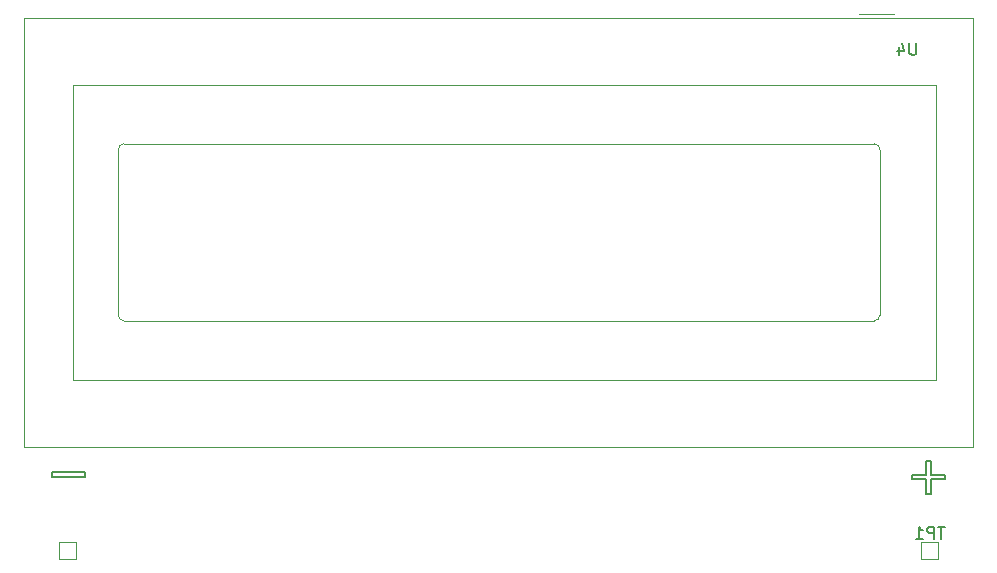
<source format=gbr>
G04 #@! TF.GenerationSoftware,KiCad,Pcbnew,5.1.5*
G04 #@! TF.CreationDate,2020-05-30T15:01:55+02:00*
G04 #@! TF.ProjectId,VCOMLCD,56434f4d-4c43-4442-9e6b-696361645f70,rev?*
G04 #@! TF.SameCoordinates,Original*
G04 #@! TF.FileFunction,Legend,Bot*
G04 #@! TF.FilePolarity,Positive*
%FSLAX46Y46*%
G04 Gerber Fmt 4.6, Leading zero omitted, Abs format (unit mm)*
G04 Created by KiCad (PCBNEW 5.1.5) date 2020-05-30 15:01:55*
%MOMM*%
%LPD*%
G04 APERTURE LIST*
%ADD10C,0.150000*%
%ADD11C,0.120000*%
G04 APERTURE END LIST*
D10*
X51200000Y-86400000D02*
X54000000Y-86400000D01*
X54000000Y-86800000D02*
X51200000Y-86800000D01*
X54000000Y-86400000D02*
X54000000Y-86800000D01*
X51200000Y-86800000D02*
X51200000Y-86400000D01*
X124000000Y-87000000D02*
X124000000Y-86600000D01*
X125200000Y-87000000D02*
X124000000Y-87000000D01*
X125200000Y-88200000D02*
X125200000Y-87000000D01*
X125600000Y-88200000D02*
X125200000Y-88200000D01*
X125600000Y-87000000D02*
X125600000Y-88200000D01*
X126800000Y-87000000D02*
X125600000Y-87000000D01*
X126800000Y-86600000D02*
X126800000Y-87000000D01*
X125600000Y-86600000D02*
X126800000Y-86600000D01*
X125600000Y-85400000D02*
X125600000Y-86600000D01*
X125200000Y-85400000D02*
X125600000Y-85400000D01*
X125200000Y-86600000D02*
X125200000Y-85400000D01*
X124000000Y-86600000D02*
X125200000Y-86600000D01*
D11*
X126000000Y-78570000D02*
X126000000Y-53570000D01*
X53000000Y-78570000D02*
X126000000Y-78570000D01*
X53000000Y-53570000D02*
X53000000Y-78570000D01*
X126000000Y-53570000D02*
X53000000Y-53570000D01*
X120799340Y-58568460D02*
G75*
G02X121299720Y-59068840I0J-500380D01*
G01*
X121299720Y-73069320D02*
G75*
G02X120799340Y-73569700I-500380J0D01*
G01*
X57299340Y-73569700D02*
G75*
G02X56798960Y-73069320I0J500380D01*
G01*
X56800000Y-59070000D02*
G75*
G02X57300000Y-58570000I500000J0D01*
G01*
X56800000Y-59070000D02*
X56800000Y-73070000D01*
X57299340Y-73570000D02*
X120800000Y-73570000D01*
X121299720Y-73069320D02*
X121299720Y-59070000D01*
X120800000Y-58570000D02*
X57300000Y-58570000D01*
X122500000Y-47570000D02*
X119500000Y-47570000D01*
X129130000Y-47930000D02*
X128340000Y-47930000D01*
X129140000Y-47930000D02*
X129140000Y-84210000D01*
X48860000Y-47930000D02*
X128340000Y-47930000D01*
X48860000Y-84210000D02*
X48860000Y-47930000D01*
X129140000Y-84210000D02*
X48860000Y-84210000D01*
X51800000Y-92300000D02*
X51800000Y-93700000D01*
X53200000Y-92300000D02*
X51800000Y-92300000D01*
X53200000Y-93700000D02*
X53200000Y-92300000D01*
X51800000Y-93700000D02*
X53200000Y-93700000D01*
X126200000Y-93700000D02*
X126200000Y-92300000D01*
X124800000Y-93700000D02*
X126200000Y-93700000D01*
X124800000Y-92300000D02*
X124800000Y-93700000D01*
X126200000Y-92300000D02*
X124800000Y-92300000D01*
D10*
X124361904Y-50052380D02*
X124361904Y-50861904D01*
X124314285Y-50957142D01*
X124266666Y-51004761D01*
X124171428Y-51052380D01*
X123980952Y-51052380D01*
X123885714Y-51004761D01*
X123838095Y-50957142D01*
X123790476Y-50861904D01*
X123790476Y-50052380D01*
X122885714Y-50385714D02*
X122885714Y-51052380D01*
X123123809Y-50004761D02*
X123361904Y-50719047D01*
X122742857Y-50719047D01*
X126761904Y-91004380D02*
X126190476Y-91004380D01*
X126476190Y-92004380D02*
X126476190Y-91004380D01*
X125857142Y-92004380D02*
X125857142Y-91004380D01*
X125476190Y-91004380D01*
X125380952Y-91052000D01*
X125333333Y-91099619D01*
X125285714Y-91194857D01*
X125285714Y-91337714D01*
X125333333Y-91432952D01*
X125380952Y-91480571D01*
X125476190Y-91528190D01*
X125857142Y-91528190D01*
X124333333Y-92004380D02*
X124904761Y-92004380D01*
X124619047Y-92004380D02*
X124619047Y-91004380D01*
X124714285Y-91147238D01*
X124809523Y-91242476D01*
X124904761Y-91290095D01*
M02*

</source>
